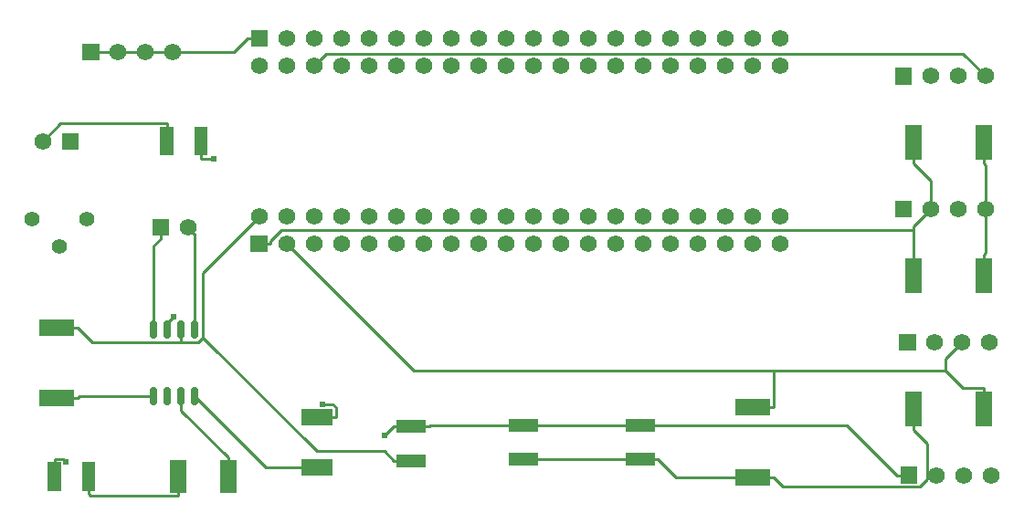
<source format=gtl>
G04 Layer: TopLayer*
G04 EasyEDA v6.4.19.5, 2021-05-30T15:20:28--7:00*
G04 00a0cf8a2f6945cda59000bd480c23e2,9479053ce0554845bf9291591982ae42,10*
G04 Gerber Generator version 0.2*
G04 Scale: 100 percent, Rotated: No, Reflected: No *
G04 Dimensions in millimeters *
G04 leading zeros omitted , absolute positions ,4 integer and 5 decimal *
%FSLAX45Y45*%
%MOMM*%

%ADD11C,0.2600*%
%ADD12C,0.7000*%
%ADD13C,0.6100*%
%ADD14R,2.7000X1.2000*%
%ADD16R,3.0000X1.5000*%
%ADD18R,3.3000X1.6000*%
%ADD19R,1.6000X3.3000*%
%ADD20R,1.5748X1.5748*%
%ADD21C,1.5748*%
%ADD22C,1.4000*%

%LPD*%
D11*
X2311400Y5989065D02*
G01*
X1618995Y5989065D01*
X1604010Y5974079D01*
X1409700Y5974079D02*
G01*
X1604010Y5974079D01*
X2565400Y5989065D02*
G01*
X2565400Y5858002D01*
X2999231Y5424423D01*
X2999231Y5245100D02*
G01*
X2999231Y5424423D01*
X2692400Y5989065D02*
G01*
X3349497Y5331968D01*
X3822700Y5331968D01*
X2538222Y5065776D02*
G01*
X1724405Y5065776D01*
X1709420Y5080762D01*
X2538222Y5245100D02*
G01*
X2538222Y5065776D01*
X1709420Y5245100D02*
G01*
X1709420Y5080762D01*
X1389379Y5245100D02*
G01*
X1389379Y5409437D01*
X1498600Y5383276D02*
G01*
X1472692Y5409437D01*
X1389379Y5409437D01*
X7861300Y5887465D02*
G01*
X8055609Y5887465D01*
X9650984Y6226047D02*
G01*
X9650984Y6337807D01*
X9804400Y6491478D01*
X10002520Y6068821D02*
G01*
X9808209Y6068821D01*
X9650984Y6226047D01*
X10002520Y5874512D02*
G01*
X10002520Y6068821D01*
X8055609Y6226047D02*
G01*
X8055609Y5887465D01*
X9650984Y6226047D02*
G01*
X8055609Y6226047D01*
X8055609Y6226047D02*
G01*
X4718811Y6226047D01*
X3541013Y7404100D01*
X10002520Y7302500D02*
G01*
X10020300Y7320279D01*
X10020300Y7725155D01*
X10002520Y7108189D02*
G01*
X10002520Y7302500D01*
X10002520Y8147558D02*
G01*
X10020300Y8129778D01*
X10020300Y7725155D01*
X10002520Y8341868D02*
G01*
X10002520Y8147558D01*
X10020300Y8958834D02*
G01*
X9813036Y9166097D01*
X3908552Y9166097D01*
X3797300Y9055100D01*
X2235200Y9182100D02*
G01*
X1981200Y9182100D01*
X1981200Y9182100D02*
G01*
X1727200Y9182100D01*
X2235200Y9182100D02*
G01*
X2489200Y9182100D01*
X2489200Y9182100D02*
G01*
X3054350Y9182100D01*
X3181350Y9309100D01*
X3289300Y9309100D02*
G01*
X3181350Y9309100D01*
X4699000Y5389879D02*
G01*
X4534661Y5389879D01*
X4534661Y5389879D02*
G01*
X4445508Y5479034D01*
X3820922Y5479034D01*
X2765297Y6534657D01*
X3287013Y7658100D02*
G01*
X2765297Y7136384D01*
X2765297Y6534657D01*
X1409700Y6624065D02*
G01*
X1604010Y6624065D01*
X2565400Y6489954D02*
G01*
X2565400Y6609079D01*
X2765297Y6534657D02*
G01*
X2720593Y6489954D01*
X2565400Y6489954D01*
X2565400Y6489954D02*
G01*
X1738121Y6489954D01*
X1604010Y6624065D01*
X2692400Y6609079D02*
G01*
X2692400Y7493000D01*
X2628900Y7556500D01*
X2374900Y7448550D02*
G01*
X2311400Y7385050D01*
X2311400Y6609079D01*
X2374900Y7556500D02*
G01*
X2374900Y7448550D01*
X6819900Y5402579D02*
G01*
X6984238Y5402579D01*
X9352534Y8147558D02*
G01*
X9512300Y7987792D01*
X9512300Y7725155D01*
X9352534Y8341868D02*
G01*
X9352534Y8147558D01*
X5740400Y5402579D02*
G01*
X6819900Y5402579D01*
X6984238Y5402579D02*
G01*
X7149084Y5237479D01*
X7861300Y5237479D01*
X9352534Y7108189D02*
G01*
X9352534Y7528052D01*
X9352534Y7528052D02*
G01*
X9352534Y7565136D01*
X9512300Y7725155D01*
X9352534Y7528052D02*
G01*
X3491991Y7528052D01*
X3394963Y7431023D01*
X3394963Y7404100D01*
X3287013Y7404100D02*
G01*
X3394963Y7404100D01*
X9352534Y5874512D02*
G01*
X9352534Y5680455D01*
X7861300Y5237479D02*
G01*
X8055609Y5237479D01*
X9563100Y5257800D02*
G01*
X9479534Y5257800D01*
X9352534Y5680455D02*
G01*
X9479534Y5553202D01*
X9479534Y5257800D01*
X9479534Y5257800D02*
G01*
X9479534Y5215889D01*
X9413493Y5149850D01*
X8143240Y5149850D01*
X8055609Y5237479D01*
X5740400Y5722620D02*
G01*
X4876038Y5722620D01*
X4863338Y5709920D01*
X4699000Y5709920D02*
G01*
X4863338Y5709920D01*
X5740400Y5722620D02*
G01*
X6819900Y5722620D01*
X6819900Y5722620D02*
G01*
X8736329Y5722620D01*
X9201150Y5257800D01*
X9309100Y5257800D02*
G01*
X9201150Y5257800D01*
X2438400Y6609079D02*
G01*
X2438400Y6670294D01*
X2490724Y6722871D01*
X4446777Y5627370D02*
G01*
X4452365Y5627370D01*
X4534661Y5709920D01*
X4699000Y5709920D02*
G01*
X4534661Y5709920D01*
X2750820Y8356600D02*
G01*
X2750820Y8192262D01*
X2750820Y8192262D02*
G01*
X2865120Y8192262D01*
X4002024Y5792978D02*
G01*
X4002024Y5886195D01*
X3971036Y5917184D01*
X3872738Y5917184D01*
X3822700Y5792978D02*
G01*
X4002024Y5792978D01*
X1282700Y8356600D02*
G01*
X1447037Y8520937D01*
X2430779Y8520937D01*
X2430779Y8356600D02*
G01*
X2430779Y8520937D01*
D12*
X2311400Y5939193D02*
G01*
X2311400Y6039192D01*
X2438400Y5939193D02*
G01*
X2438400Y6039192D01*
X2565400Y5939193D02*
G01*
X2565400Y6039192D01*
X2692400Y5939193D02*
G01*
X2692400Y6039192D01*
X2311400Y6559207D02*
G01*
X2311400Y6659206D01*
X2438400Y6559207D02*
G01*
X2438400Y6659206D01*
X2565400Y6559207D02*
G01*
X2565400Y6659206D01*
X2692400Y6559207D02*
G01*
X2692400Y6659206D01*
D14*
G01*
X4699000Y5709894D03*
G01*
X4699000Y5389879D03*
G36*
X1329400Y5380101D02*
G01*
X1449400Y5380101D01*
X1449400Y5110098D01*
X1329400Y5110098D01*
G37*
G36*
X1649415Y5380101D02*
G01*
X1769414Y5380101D01*
X1769414Y5110098D01*
X1649415Y5110098D01*
G37*
G36*
X2370800Y8491601D02*
G01*
X2490800Y8491601D01*
X2490800Y8221598D01*
X2370800Y8221598D01*
G37*
G36*
X2690815Y8491601D02*
G01*
X2810814Y8491601D01*
X2810814Y8221598D01*
X2690815Y8221598D01*
G37*
G01*
X6819900Y5722594D03*
G01*
X6819900Y5402579D03*
G01*
X5740400Y5722594D03*
G01*
X5740400Y5402579D03*
D16*
G01*
X3822700Y5793104D03*
G01*
X3822700Y5332095D03*
G36*
X2463101Y5395099D02*
G01*
X2613103Y5395099D01*
X2613103Y5095100D01*
X2463101Y5095100D01*
G37*
G36*
X2924096Y5395099D02*
G01*
X3074095Y5395099D01*
X3074095Y5095100D01*
X2924096Y5095100D01*
G37*
D18*
G01*
X1409700Y6624193D03*
G01*
X1409700Y5974181D03*
D19*
G01*
X9352406Y8341918D03*
G01*
X10002418Y8341918D03*
G01*
X9352406Y5874613D03*
G01*
X10002418Y5874613D03*
D18*
G01*
X7861300Y5237606D03*
G01*
X7861300Y5887593D03*
D19*
G01*
X9352406Y7108291D03*
G01*
X10002418Y7108291D03*
G36*
X3210559Y9230360D02*
G01*
X3368040Y9230360D01*
X3368040Y9387839D01*
X3210559Y9387839D01*
G37*
D21*
G01*
X3289300Y9055100D03*
G01*
X3543300Y9309100D03*
G01*
X3543300Y9055100D03*
G01*
X3797300Y9309100D03*
G01*
X3797300Y9055100D03*
G01*
X4051300Y9309100D03*
G01*
X4051300Y9055100D03*
G01*
X4305300Y9309100D03*
G01*
X4305300Y9055100D03*
G01*
X4559300Y9309100D03*
G01*
X4559300Y9055100D03*
G01*
X4813300Y9309100D03*
G01*
X4813300Y9055100D03*
G01*
X5067300Y9309100D03*
G01*
X5067300Y9055100D03*
G01*
X5321300Y9309100D03*
G01*
X5321300Y9055100D03*
G01*
X5575300Y9309100D03*
G01*
X5575300Y9055100D03*
G01*
X5829300Y9309100D03*
G01*
X5829300Y9055100D03*
G01*
X6083300Y9309100D03*
G01*
X6083300Y9055100D03*
G01*
X6337300Y9309100D03*
G01*
X6337300Y9055100D03*
G01*
X6591300Y9309100D03*
G01*
X6591300Y9055100D03*
G01*
X6845300Y9309100D03*
G01*
X6845300Y9055100D03*
G01*
X7099300Y9309100D03*
G01*
X7099300Y9055100D03*
G01*
X7353300Y9309100D03*
G01*
X7353300Y9055100D03*
G01*
X7607300Y9309100D03*
G01*
X7607300Y9055100D03*
G01*
X7861300Y9309100D03*
G01*
X7861300Y9055100D03*
G01*
X8115300Y9309100D03*
G01*
X8115300Y9055100D03*
G36*
X9179559Y9037574D02*
G01*
X9337040Y9037574D01*
X9337040Y8880094D01*
X9179559Y8880094D01*
G37*
G01*
X9512300Y8958834D03*
G01*
X9766300Y8958834D03*
G01*
X10020300Y8958834D03*
G36*
X9179559Y7803895D02*
G01*
X9337040Y7803895D01*
X9337040Y7646415D01*
X9179559Y7646415D01*
G37*
G01*
X9512300Y7725155D03*
G01*
X9766300Y7725155D03*
G01*
X10020300Y7725155D03*
G36*
X9217659Y6570218D02*
G01*
X9375140Y6570218D01*
X9375140Y6412737D01*
X9217659Y6412737D01*
G37*
G01*
X9550400Y6491478D03*
G01*
X9804400Y6491478D03*
G01*
X10058400Y6491478D03*
G36*
X9230359Y5336539D02*
G01*
X9387840Y5336539D01*
X9387840Y5179060D01*
X9230359Y5179060D01*
G37*
G01*
X9563100Y5257800D03*
G01*
X9817100Y5257800D03*
G01*
X10071100Y5257800D03*
D20*
G01*
X1536700Y8356600D03*
D21*
G01*
X1282700Y8356600D03*
D20*
G01*
X2374900Y7556500D03*
D21*
G01*
X2628900Y7556500D03*
D22*
G01*
X1181100Y7632700D03*
G01*
X1435100Y7378700D03*
G01*
X1689100Y7632700D03*
G36*
X3208258Y7482839D02*
G01*
X3365738Y7482839D01*
X3365738Y7325360D01*
X3208258Y7325360D01*
G37*
D21*
G01*
X3286988Y7658100D03*
G01*
X3540988Y7404100D03*
G01*
X3540988Y7658100D03*
G01*
X3794988Y7404100D03*
G01*
X3794988Y7658100D03*
G01*
X4048988Y7404100D03*
G01*
X4048988Y7658100D03*
G01*
X4302988Y7404100D03*
G01*
X4302988Y7658100D03*
G01*
X4556988Y7404100D03*
G01*
X4556988Y7658100D03*
G01*
X4810988Y7404100D03*
G01*
X4810988Y7658100D03*
G01*
X5064988Y7404100D03*
G01*
X5064988Y7658100D03*
G01*
X5318988Y7404100D03*
G01*
X5318988Y7658100D03*
G01*
X5572988Y7404100D03*
G01*
X5572988Y7658100D03*
G01*
X5826988Y7404100D03*
G01*
X5826988Y7658100D03*
G01*
X6080988Y7404100D03*
G01*
X6080988Y7658100D03*
G01*
X6334988Y7404100D03*
G01*
X6334988Y7658100D03*
G01*
X6588988Y7404100D03*
G01*
X6588988Y7658100D03*
G01*
X6842988Y7404100D03*
G01*
X6842988Y7658100D03*
G01*
X7096988Y7404100D03*
G01*
X7096988Y7658100D03*
G01*
X7350988Y7404100D03*
G01*
X7350988Y7658100D03*
G01*
X7604988Y7404100D03*
G01*
X7604988Y7658100D03*
G01*
X7858988Y7404100D03*
G01*
X7858988Y7658100D03*
G01*
X8112988Y7404100D03*
G01*
X8112988Y7658100D03*
G36*
X1648460Y9260839D02*
G01*
X1805939Y9260839D01*
X1805939Y9103360D01*
X1648460Y9103360D01*
G37*
G01*
X1981200Y9182100D03*
G01*
X2235200Y9182100D03*
G01*
X2489200Y9182100D03*
D13*
G01*
X1498600Y5383276D03*
G01*
X2490724Y6722871D03*
G01*
X4446777Y5627370D03*
G01*
X3872738Y5917184D03*
G01*
X2865120Y8192262D03*
M02*

</source>
